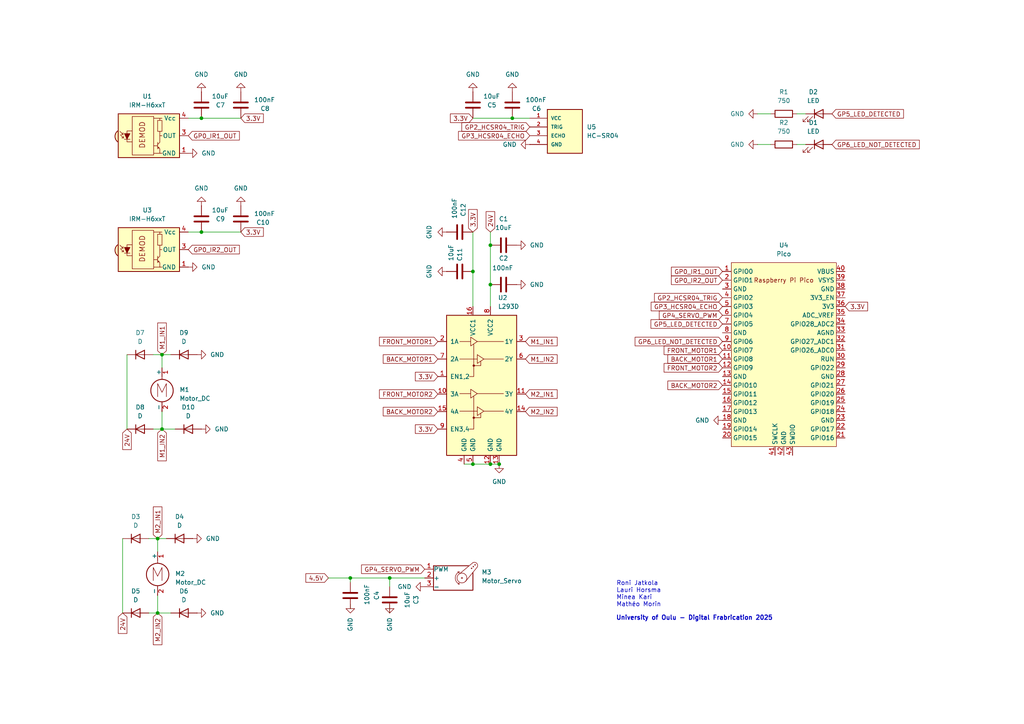
<source format=kicad_sch>
(kicad_sch (version 20231120) (generator "eeschema") (generator_version "8.0")
  (paper "A4")
  (lib_symbols
    (symbol "Device:C" (pin_numbers hide) (pin_names (offset 0.254))
      (property "Reference" "C" (at 0.635 2.54 0))
      (property "Value" "C" (at 0.635 -2.54 0))
      (symbol "C_0_1"
        (polyline (pts (xy -2.032 -0.762) (xy 2.032 -0.762)) (stroke (width 0.508)))
        (polyline (pts (xy -2.032 0.762) (xy 2.032 0.762)) (stroke (width 0.508)))
      )
      (symbol "C_1_1"
        (pin passive line (at 0 3.81 270) (length 2.794) (name "~") (number "1"))
        (pin passive line (at 0 -3.81 90) (length 2.794) (name "~") (number "2"))
      )
    )
    (symbol "Device:D" (pin_numbers hide) (pin_names (offset 1.016) hide)
      (property "Reference" "D" (at 0 2.54 0))
      (property "Value" "D" (at 0 -2.54 0))
      (symbol "D_0_1"
        (polyline (pts (xy -1.27 1.27) (xy -1.27 -1.27)) (stroke (width 0.254)))
        (polyline (pts (xy 1.27 0) (xy -1.27 0)))
        (polyline (pts (xy 1.27 1.27) (xy 1.27 -1.27) (xy -1.27 0) (xy 1.27 1.27)) (stroke (width 0.254)))
      )
      (symbol "D_1_1"
        (pin passive line (at -3.81 0 0) (length 2.54) (name "K") (number "1"))
        (pin passive line (at 3.81 0 180) (length 2.54) (name "A") (number "2"))
      )
    )
    (symbol "Device:LED" (pin_numbers hide) (pin_names (offset 1.016) hide)
      (property "Reference" "D" (at 0 2.54 0))
      (property "Value" "LED" (at 0 -2.54 0))
      (symbol "LED_0_1"
        (polyline (pts (xy -1.27 -1.27) (xy -1.27 1.27)) (stroke (width 0.254)))
        (polyline (pts (xy -1.27 0) (xy 1.27 0)))
        (polyline (pts (xy 1.27 -1.27) (xy 1.27 1.27) (xy -1.27 0) (xy 1.27 -1.27)) (stroke (width 0.254)))
        (polyline (pts (xy -3.048 -0.762) (xy -4.572 -2.286) (xy -3.81 -2.286) (xy -4.572 -2.286) (xy -4.572 -1.524)))
        (polyline (pts (xy -1.778 -0.762) (xy -3.302 -2.286) (xy -2.54 -2.286) (xy -3.302 -2.286) (xy -3.302 -1.524)))
      )
      (symbol "LED_1_1"
        (pin passive line (at -3.81 0 0) (length 2.54) (name "K") (number "1"))
        (pin passive line (at 3.81 0 180) (length 2.54) (name "A") (number "2"))
      )
    )
    (symbol "Device:R" (pin_numbers hide) (pin_names (offset 0))
      (property "Reference" "R" (at 2.032 0 90))
      (property "Value" "R" (at 0 0 90))
      (symbol "R_0_1"
        (rectangle (start -1.016 -2.54) (end 1.016 2.54) (stroke (width 0.254)))
      )
      (symbol "R_1_1"
        (pin passive line (at 0 3.81 270) (length 1.27) (name "~") (number "1"))
        (pin passive line (at 0 -3.81 90) (length 1.27) (name "~") (number "2"))
      )
    )
    (symbol "Driver_Motor:L293D" (pin_names (offset 1.016))
      (property "Reference" "U" (at -5.08 26.035 0))
      (property "Value" "L293D" (at -5.08 24.13 0))
      (symbol "L293D_0_1"
        (rectangle (start -10.16 22.86) (end 10.16 -17.78) (stroke (width 0.254)) (fill (type background)))
        (circle (center -2.286 -6.858) (radius 0.254) (fill (type outline)))
        (circle (center -2.286 8.255) (radius 0.254) (fill (type outline)))
        (polyline (pts (xy -6.35 -4.953) (xy -1.27 -4.953)))
        (polyline (pts (xy -6.35 0.127) (xy -3.175 0.127)))
        (polyline (pts (xy -6.35 10.16) (xy -1.27 10.16)))
        (polyline (pts (xy -6.35 15.24) (xy -3.175 15.24)))
        (polyline (pts (xy -1.27 0.127) (xy 6.35 0.127)))
        (polyline (pts (xy -1.27 15.24) (xy 6.35 15.24)))
        (polyline (pts (xy 0.635 -4.953) (xy 6.35 -4.953)))
        (polyline (pts (xy 0.635 10.16) (xy 6.35 10.16)))
        (polyline (pts (xy -2.286 -6.858) (xy -0.254 -6.858) (xy -0.254 -5.588)))
        (polyline (pts (xy -2.286 -0.635) (xy -2.286 -10.16) (xy -3.556 -10.16)))
        (polyline (pts (xy -2.286 8.255) (xy -0.254 8.255) (xy -0.254 9.525)))
        (polyline (pts (xy -2.286 14.478) (xy -2.286 5.08) (xy -3.556 5.08)))
        (polyline (pts (xy -3.175 1.397) (xy -3.175 -1.143) (xy -1.27 0.127) (xy -3.175 1.397)))
        (polyline (pts (xy -3.175 16.51) (xy -3.175 13.97) (xy -1.27 15.24) (xy -3.175 16.51)))
        (polyline (pts (xy -1.27 -3.683) (xy -1.27 -6.223) (xy 0.635 -4.953) (xy -1.27 -3.683)))
        (polyline (pts (xy -1.27 11.43) (xy -1.27 8.89) (xy 0.635 10.16) (xy -1.27 11.43)))
      )
      (symbol "L293D_1_1"
        (pin input line (at -12.7 5.08 0) (length 2.54) (name "EN1,2") (number "1"))
        (pin input line (at -12.7 0 0) (length 2.54) (name "3A") (number "10"))
        (pin output line (at 12.7 0 180) (length 2.54) (name "3Y") (number "11"))
        (pin power_in line (at 2.54 -20.32 90) (length 2.54) (name "GND") (number "12"))
        (pin power_in line (at 5.08 -20.32 90) (length 2.54) (name "GND") (number "13"))
        (pin output line (at 12.7 -5.08 180) (length 2.54) (name "4Y") (number "14"))
        (pin input line (at -12.7 -5.08 0) (length 2.54) (name "4A") (number "15"))
        (pin power_in line (at -2.54 25.4 270) (length 2.54) (name "VCC1") (number "16"))
        (pin input line (at -12.7 15.24 0) (length 2.54) (name "1A") (number "2"))
        (pin output line (at 12.7 15.24 180) (length 2.54) (name "1Y") (number "3"))
        (pin power_in line (at -5.08 -20.32 90) (length 2.54) (name "GND") (number "4"))
        (pin power_in line (at -2.54 -20.32 90) (length 2.54) (name "GND") (number "5"))
        (pin output line (at 12.7 10.16 180) (length 2.54) (name "2Y") (number "6"))
        (pin input line (at -12.7 10.16 0) (length 2.54) (name "2A") (number "7"))
        (pin power_in line (at 2.54 25.4 270) (length 2.54) (name "VCC2") (number "8"))
        (pin input line (at -12.7 -10.16 0) (length 2.54) (name "EN3,4") (number "9"))
      )
    )
    (symbol "HC-SR04:HC-SR04" (pin_names (offset 1.016))
      (property "Reference" "U" (at 0 5.0813 0))
      (property "Value" "HC-SR04" (at 0 -10.163 0))
      (symbol "HC-SR04_0_0"
        (rectangle (start 0 -7.62) (end 10.16 5.08) (stroke (width 0.254)) (fill (type background)))
        (pin power_in line (at -5.08 2.54 0) (length 5.08) (name "VCC") (number "1"))
        (pin bidirectional line (at -5.08 0 0) (length 5.08) (name "TRIG") (number "2"))
        (pin bidirectional line (at -5.08 -2.54 0) (length 5.08) (name "ECHO") (number "3"))
        (pin power_in line (at -5.08 -5.08 0) (length 5.08) (name "GND") (number "4"))
      )
    )
    (symbol "Interface_Optical:IRM-H6xxT" (pin_names (offset 1.016))
      (property "Reference" "U" (at -10.16 7.62 0))
      (property "Value" "IRM-H6xxT" (at -10.16 -7.62 0))
      (symbol "IRM-H6xxT_0_0"
        (arc (start -10.287 1.397) (mid -11.0899 -0.1852) (end -10.287 -1.778) (stroke (width 0.254)) (fill (type background)))
        (polyline (pts (xy 1.905 -5.08) (xy 0.127 -5.08)))
        (polyline (pts (xy 1.905 5.08) (xy 0.127 5.08)))
        (text "DEMOD" (at -3.175 0.254 900) (effects (font (size 1.524 1.524))))
      )
      (symbol "IRM-H6xxT_0_1"
        (rectangle (start -6.096 5.588) (end 0.127 -5.588))
        (polyline (pts (xy -8.763 0.381) (xy -9.652 1.27)))
        (polyline (pts (xy -8.763 0.381) (xy -9.271 0.381)))
        (polyline (pts (xy -8.763 0.381) (xy -8.763 0.889)))
        (polyline (pts (xy -8.636 -0.635) (xy -9.525 0.254)))
        (polyline (pts (xy -8.636 -0.635) (xy -9.144 -0.635)))
        (polyline (pts (xy -8.636 -0.635) (xy -8.636 -0.127)))
        (polyline (pts (xy -8.382 -1.016) (xy -6.731 -1.016)))
        (polyline (pts (xy 1.27 -2.921) (xy 0.127 -2.921)))
        (polyline (pts (xy 1.27 -1.905) (xy 1.27 -3.81)))
        (polyline (pts (xy 1.397 -3.556) (xy 1.524 -3.556)))
        (polyline (pts (xy 1.651 -3.556) (xy 1.524 -3.556)))
        (polyline (pts (xy 1.651 -3.556) (xy 1.651 -3.302)))
        (polyline (pts (xy 1.905 0) (xy 1.905 1.27)))
        (polyline (pts (xy 1.905 4.445) (xy 1.905 5.08) (xy 2.54 5.08)))
        (polyline (pts (xy -8.382 0.635) (xy -6.731 0.635) (xy -7.62 -1.016) (xy -8.382 0.635)) (fill (type outline)))
        (polyline (pts (xy -6.096 1.397) (xy -7.62 1.397) (xy -7.62 -1.778) (xy -6.096 -1.778)))
        (polyline (pts (xy 1.27 -3.175) (xy 1.905 -3.81) (xy 1.905 -5.08) (xy 2.54 -5.08)))
        (polyline (pts (xy 1.27 -2.54) (xy 1.905 -1.905) (xy 1.905 0) (xy 2.54 0)))
        (rectangle (start 2.54 1.27) (end 1.27 4.445))
        (rectangle (start 7.62 6.35) (end -10.16 -6.35) (stroke (width 0.254)) (fill (type background)))
      )
      (symbol "IRM-H6xxT_1_1"
        (pin power_in line (at 10.16 -5.08 180) (length 2.54) (name "GND") (number "1"))
        (pin passive line (at 10.16 -5.08 180) (length 2.54) hide (name "GND") (number "2"))
        (pin output line (at 10.16 0 180) (length 2.54) (name "OUT") (number "3"))
        (pin power_in line (at 10.16 5.08 180) (length 2.54) (name "Vcc") (number "4"))
      )
    )
    (symbol "MCU_RaspberryPi_and_Boards:Pico"
      (property "Reference" "U" (at -13.97 27.94 0))
      (property "Value" "Pico" (at 0 19.05 0))
      (symbol "Pico_0_0"
        (text "Raspberry Pi Pico" (at 0 21.59 0) (effects (font (size 1.27 1.27))))
      )
      (symbol "Pico_0_1"
        (rectangle (start -15.24 26.67) (end 15.24 -26.67) (fill (type background)))
      )
      (symbol "Pico_1_1"
        (pin bidirectional line (at -17.78 24.13 0) (length 2.54) (name "GPIO0") (number "1"))
        (pin bidirectional line (at -17.78 1.27 0) (length 2.54) (name "GPIO7") (number "10"))
        (pin bidirectional line (at -17.78 -1.27 0) (length 2.54) (name "GPIO8") (number "11"))
        (pin bidirectional line (at -17.78 -3.81 0) (length 2.54) (name "GPIO9") (number "12"))
        (pin power_in line (at -17.78 -6.35 0) (length 2.54) (name "GND") (number "13"))
        (pin bidirectional line (at -17.78 -8.89 0) (length 2.54) (name "GPIO10") (number "14"))
        (pin bidirectional line (at -17.78 -11.43 0) (length 2.54) (name "GPIO11") (number "15"))
        (pin bidirectional line (at -17.78 -13.97 0) (length 2.54) (name "GPIO12") (number "16"))
        (pin bidirectional line (at -17.78 -16.51 0) (length 2.54) (name "GPIO13") (number "17"))
        (pin power_in line (at -17.78 -19.05 0) (length 2.54) (name "GND") (number "18"))
        (pin bidirectional line (at -17.78 -21.59 0) (length 2.54) (name "GPIO14") (number "19"))
        (pin bidirectional line (at -17.78 21.59 0) (length 2.54) (name "GPIO1") (number "2"))
        (pin bidirectional line (at -17.78 -24.13 0) (length 2.54) (name "GPIO15") (number "20"))
        (pin bidirectional line (at 17.78 -24.13 180) (length 2.54) (name "GPIO16") (number "21"))
        (pin bidirectional line (at 17.78 -21.59 180) (length 2.54) (name "GPIO17") (number "22"))
        (pin power_in line (at 17.78 -19.05 180) (length 2.54) (name "GND") (number "23"))
        (pin bidirectional line (at 17.78 -16.51 180) (length 2.54) (name "GPIO18") (number "24"))
        (pin bidirectional line (at 17.78 -13.97 180) (length 2.54) (name "GPIO19") (number "25"))
        (pin bidirectional line (at 17.78 -11.43 180) (length 2.54) (name "GPIO20") (number "26"))
        (pin bidirectional line (at 17.78 -8.89 180) (length 2.54) (name "GPIO21") (number "27"))
        (pin power_in line (at 17.78 -6.35 180) (length 2.54) (name "GND") (number "28"))
        (pin bidirectional line (at 17.78 -3.81 180) (length 2.54) (name "GPIO22") (number "29"))
        (pin power_in line (at -17.78 19.05 0) (length 2.54) (name "GND") (number "3"))
        (pin input line (at 17.78 -1.27 180) (length 2.54) (name "RUN") (number "30"))
        (pin bidirectional line (at 17.78 1.27 180) (length 2.54) (name "GPIO26_ADC0") (number "31"))
        (pin bidirectional line (at 17.78 3.81 180) (length 2.54) (name "GPIO27_ADC1") (number "32"))
        (pin power_in line (at 17.78 6.35 180) (length 2.54) (name "AGND") (number "33"))
        (pin bidirectional line (at 17.78 8.89 180) (length 2.54) (name "GPIO28_ADC2") (number "34"))
        (pin power_in line (at 17.78 11.43 180) (length 2.54) (name "ADC_VREF") (number "35"))
        (pin power_in line (at 17.78 13.97 180) (length 2.54) (name "3V3") (number "36"))
        (pin input line (at 17.78 16.51 180) (length 2.54) (name "3V3_EN") (number "37"))
        (pin bidirectional line (at 17.78 19.05 180) (length 2.54) (name "GND") (number "38"))
        (pin power_in line (at 17.78 21.59 180) (length 2.54) (name "VSYS") (number "39"))
        (pin bidirectional line (at -17.78 16.51 0) (length 2.54) (name "GPIO2") (number "4"))
        (pin power_in line (at 17.78 24.13 180) (length 2.54) (name "VBUS") (number "40"))
        (pin input line (at -2.54 -29.21 90) (length 2.54) (name "SWCLK") (number "41"))
        (pin power_in line (at 0 -29.21 90) (length 2.54) (name "GND") (number "42"))
        (pin bidirectional line (at 2.54 -29.21 90) (length 2.54) (name "SWDIO") (number "43"))
        (pin bidirectional line (at -17.78 13.97 0) (length 2.54) (name "GPIO3") (number "5"))
        (pin bidirectional line (at -17.78 11.43 0) (length 2.54) (name "GPIO4") (number "6"))
        (pin bidirectional line (at -17.78 8.89 0) (length 2.54) (name "GPIO5") (number "7"))
        (pin power_in line (at -17.78 6.35 0) (length 2.54) (name "GND") (number "8"))
        (pin bidirectional line (at -17.78 3.81 0) (length 2.54) (name "GPIO6") (number "9"))
      )
    )
    (symbol "Motor:Motor_DC" (pin_names (offset 0))
      (property "Reference" "M" (at 2.54 2.54 0))
      (property "Value" "Motor_DC" (at 2.54 -5.08 0))
      (symbol "Motor_DC_0_0"
        (polyline (pts (xy -1.27 -3.302) (xy -1.27 0.508) (xy 0 -2.032) (xy 1.27 0.508) (xy 1.27 -3.302)))
      )
      (symbol "Motor_DC_0_1"
        (circle (center 0 -1.524) (radius 3.2512) (stroke (width 0.254)))
        (polyline (pts (xy 0 -7.62) (xy 0 -7.112)))
        (polyline (pts (xy 0 -4.7752) (xy 0 -5.1816)))
        (polyline (pts (xy 0 1.7272) (xy 0 2.0828)))
        (polyline (pts (xy 0 2.032) (xy 0 2.54)))
      )
      (symbol "Motor_DC_1_1"
        (pin passive line (at 0 5.08 270) (length 2.54) (name "+") (number "1"))
        (pin passive line (at 0 -7.62 90) (length 2.54) (name "-") (number "2"))
      )
    )
    (symbol "Motor:Motor_Servo" (pin_names (offset 0.0254))
      (property "Reference" "M" (at -5.08 4.445 0))
      (property "Value" "Motor_Servo" (at -5.08 -4.064 0))
      (symbol "Motor_Servo_0_1"
        (polyline (pts (xy 2.413 -1.778) (xy 2.032 -1.778)))
        (polyline (pts (xy 2.413 -1.778) (xy 2.286 -1.397)))
        (polyline (pts (xy 2.413 1.778) (xy 1.905 1.778)))
        (polyline (pts (xy 2.413 1.778) (xy 2.286 1.397)))
        (polyline (pts (xy 6.35 4.445) (xy 2.54 1.27)))
        (polyline (pts (xy 7.62 3.175) (xy 4.191 -1.016)))
        (polyline (pts (xy 5.08 3.556) (xy -5.08 3.556) (xy -5.08 -3.556) (xy 6.35 -3.556) (xy 6.35 1.524)) (stroke (width 0.254)))
        (arc (start 2.413 1.778) (mid 1.2406 0) (end 2.413 -1.778))
        (circle (center 3.175 0) (radius 0.1778))
        (circle (center 3.175 0) (radius 1.4224))
        (circle (center 5.969 2.794) (radius 0.127))
        (circle (center 6.477 3.302) (radius 0.127))
        (circle (center 6.985 3.81) (radius 0.127))
        (arc (start 7.62 3.175) (mid 7.4485 4.2735) (end 6.35 4.445))
      )
      (symbol "Motor_Servo_1_1"
        (pin passive line (at -7.62 2.54 0) (length 2.54) (name "PWM") (number "1"))
        (pin passive line (at -7.62 0 0) (length 2.54) (name "+") (number "2"))
        (pin passive line (at -7.62 -2.54 0) (length 2.54) (name "-") (number "3"))
      )
    )
    (symbol "power:GND" (power) (pin_numbers hide) (pin_names (offset 0) hide)
      (property "Value" "GND" (at 0 -3.81 0))
      (symbol "GND_0_1"
        (polyline (pts (xy 0 0) (xy 0 -1.27) (xy 1.27 -1.27) (xy 0 -2.54) (xy -1.27 -1.27) (xy 0 -1.27)))
      )
      (symbol "GND_1_1"
        (pin power_in line (at 0 0 270) (length 0) (name "~") (number "1"))
      )
    )
  )
  (junction (at 58.42 34.29))
  (junction (at 148.59 34.29))
  (junction (at 45.72 177.8))
  (junction (at 46.99 124.46))
  (junction (at 101.6 167.64))
  (junction (at 137.16 134.62))
  (junction (at 142.24 134.62))
  (junction (at 45.72 156.21))
  (junction (at 113.03 167.64))
  (junction (at 137.16 78.74))
  (junction (at 142.24 71.12))
  (junction (at 46.99 102.87))
  (junction (at 58.42 67.31))
  (junction (at 142.24 82.55))
  (junction (at 144.78 134.62))
  (wire (pts (xy 148.59 34.29) (xy 153.67 34.29)))
  (wire (pts (xy 44.45 124.46) (xy 46.99 124.46)))
  (wire (pts (xy 101.6 168.91) (xy 101.6 167.64)))
  (wire (pts (xy 134.62 134.62) (xy 137.16 134.62)))
  (wire (pts (xy 142.24 82.55) (xy 142.24 88.9)))
  (wire (pts (xy 137.16 134.62) (xy 142.24 134.62)))
  (wire (pts (xy 45.72 156.21) (xy 48.26 156.21)))
  (wire (pts (xy 113.03 177.8) (xy 113.03 175.26)))
  (wire (pts (xy 231.14 41.91) (xy 233.68 41.91)))
  (wire (pts (xy 46.99 119.38) (xy 46.99 124.46)))
  (wire (pts (xy 45.72 177.8) (xy 49.53 177.8)))
  (wire (pts (xy 101.6 167.64) (xy 95.25 167.64)))
  (wire (pts (xy 46.99 102.87) (xy 49.53 102.87)))
  (wire (pts (xy 58.42 34.29) (xy 54.61 34.29)))
  (wire (pts (xy 45.72 156.21) (xy 45.72 160.02)))
  (wire (pts (xy 219.71 41.91) (xy 223.52 41.91)))
  (wire (pts (xy 113.03 167.64) (xy 123.19 167.64)))
  (wire (pts (xy 137.16 67.31) (xy 137.16 78.74)))
  (wire (pts (xy 142.24 134.62) (xy 144.78 134.62)))
  (wire (pts (xy 137.16 78.74) (xy 137.16 88.9)))
  (wire (pts (xy 113.03 167.64) (xy 101.6 167.64)))
  (wire (pts (xy 69.85 34.29) (xy 58.42 34.29)))
  (wire (pts (xy 45.72 172.72) (xy 45.72 177.8)))
  (wire (pts (xy 113.03 170.18) (xy 113.03 167.64)))
  (wire (pts (xy 43.18 156.21) (xy 45.72 156.21)))
  (wire (pts (xy 44.45 102.87) (xy 46.99 102.87)))
  (wire (pts (xy 142.24 71.12) (xy 142.24 82.55)))
  (wire (pts (xy 148.59 34.29) (xy 137.16 34.29)))
  (wire (pts (xy 219.71 33.02) (xy 223.52 33.02)))
  (wire (pts (xy 101.6 176.53) (xy 101.6 175.26)))
  (wire (pts (xy 35.56 156.21) (xy 35.56 177.8)))
  (wire (pts (xy 231.14 33.02) (xy 233.68 33.02)))
  (wire (pts (xy 142.24 67.31) (xy 142.24 71.12)))
  (wire (pts (xy 46.99 124.46) (xy 50.8 124.46)))
  (wire (pts (xy 46.99 102.87) (xy 46.99 106.68)))
  (wire (pts (xy 36.83 102.87) (xy 36.83 124.46)))
  (wire (pts (xy 69.85 67.31) (xy 58.42 67.31)))
  (wire (pts (xy 58.42 67.31) (xy 54.61 67.31)))
  (wire (pts (xy 43.18 177.8) (xy 45.72 177.8)))
  (text_box "Roni Jatkola\nLauri Horsma\nMinea Kari\nMathéo Morin" (at 177.8 167.64 0) (size 50.8 8.89) (stroke (width -0.0001)) (effects (font (size 1.27 1.27) (thickness 0.1588)) (justify left)))
  (text "University of Oulu - Digital Frabrication 2025" (at 201.422 179.324 0) (effects (font (size 1.27 1.27) (thickness 0.254) (bold yes))))
  (global_label "M1_IN2" (shape input) (at 152.4 104.14 0) (property "Intersheetrefs" "${INTERSHEET_REFS}" (effects (hide yes))))
  (global_label "24V" (shape input) (at 142.24 67.31 90) (property "Intersheetrefs" "${INTERSHEET_REFS}" (effects (hide yes))))
  (global_label "GP0_IR1_OUT" (shape input) (at 209.55 78.74 180) (property "Intersheetrefs" "${INTERSHEET_REFS}" (effects (hide yes))))
  (global_label "FRONT_MOTOR2" (shape input) (at 127 114.3 180) (property "Intersheetrefs" "${INTERSHEET_REFS}" (effects (hide yes))))
  (global_label "24V" (shape input) (at 36.83 124.46 270) (property "Intersheetrefs" "${INTERSHEET_REFS}" (effects (hide yes))))
  (global_label "M2_IN1" (shape input) (at 45.72 156.21 90) (property "Intersheetrefs" "${INTERSHEET_REFS}" (effects (hide yes))))
  (global_label "3.3V" (shape input) (at 245.11 88.9 0) (property "Intersheetrefs" "${INTERSHEET_REFS}" (effects (hide yes))))
  (global_label "FRONT_MOTOR1" (shape input) (at 209.55 101.6 180) (property "Intersheetrefs" "${INTERSHEET_REFS}" (effects (hide yes))))
  (global_label "GP5_LED_DETECTED" (shape input) (at 241.3 33.02 0) (property "Intersheetrefs" "${INTERSHEET_REFS}" (effects (hide yes))))
  (global_label "GP4_SERVO_PWM" (shape input) (at 209.55 91.44 180) (property "Intersheetrefs" "${INTERSHEET_REFS}" (effects (hide yes))))
  (global_label "GP0_IR1_OUT" (shape input) (at 54.61 39.37 0) (property "Intersheetrefs" "${INTERSHEET_REFS}" (effects (hide yes))))
  (global_label "M2_IN1" (shape input) (at 152.4 114.3 0) (property "Intersheetrefs" "${INTERSHEET_REFS}" (effects (hide yes))))
  (global_label "M1_IN1" (shape input) (at 152.4 99.06 0) (property "Intersheetrefs" "${INTERSHEET_REFS}" (effects (hide yes))))
  (global_label "GP6_LED_NOT_DETECTED" (shape input) (at 241.3 41.91 0) (property "Intersheetrefs" "${INTERSHEET_REFS}" (effects (hide yes))))
  (global_label "M2_IN2" (shape input) (at 45.72 177.8 270) (property "Intersheetrefs" "${INTERSHEET_REFS}" (effects (hide yes))))
  (global_label "GP2_HCSR04_TRIG" (shape input) (at 209.55 86.36 180) (property "Intersheetrefs" "${INTERSHEET_REFS}" (effects (hide yes))))
  (global_label "3.3V" (shape input) (at 127 124.46 180) (property "Intersheetrefs" "${INTERSHEET_REFS}" (effects (hide yes))))
  (global_label "BACK_MOTOR1" (shape input) (at 127 104.14 180) (property "Intersheetrefs" "${INTERSHEET_REFS}" (effects (hide yes))))
  (global_label "BACK_MOTOR2" (shape input) (at 127 119.38 180) (property "Intersheetrefs" "${INTERSHEET_REFS}" (effects (hide yes))))
  (global_label "M1_IN1" (shape input) (at 46.99 102.87 90) (property "Intersheetrefs" "${INTERSHEET_REFS}" (effects (hide yes))))
  (global_label "GP0_IR2_OUT" (shape input) (at 54.61 72.39 0) (property "Intersheetrefs" "${INTERSHEET_REFS}" (effects (hide yes))))
  (global_label "GP4_SERVO_PWM" (shape input) (at 123.19 165.1 180) (property "Intersheetrefs" "${INTERSHEET_REFS}" (effects (hide yes))))
  (global_label "GP3_HCSR04_ECHO" (shape input) (at 153.67 39.37 180) (property "Intersheetrefs" "${INTERSHEET_REFS}" (effects (hide yes))))
  (global_label "GP5_LED_DETECTED" (shape input) (at 209.55 93.98 180) (property "Intersheetrefs" "${INTERSHEET_REFS}" (effects (hide yes))))
  (global_label "GP3_HCSR04_ECHO" (shape input) (at 209.55 88.9 180) (property "Intersheetrefs" "${INTERSHEET_REFS}" (effects (hide yes))))
  (global_label "M2_IN2" (shape input) (at 152.4 119.38 0) (property "Intersheetrefs" "${INTERSHEET_REFS}" (effects (hide yes))))
  (global_label "GP0_IR2_OUT" (shape input) (at 209.55 81.28 180) (property "Intersheetrefs" "${INTERSHEET_REFS}" (effects (hide yes))))
  (global_label "4.5V" (shape input) (at 95.25 167.64 180) (property "Intersheetrefs" "${INTERSHEET_REFS}" (effects (hide yes))))
  (global_label "3.3V" (shape input) (at 69.85 34.29 0) (property "Intersheetrefs" "${INTERSHEET_REFS}" (effects (hide yes))))
  (global_label "BACK_MOTOR1" (shape input) (at 209.55 104.14 180) (property "Intersheetrefs" "${INTERSHEET_REFS}" (effects (hide yes))))
  (global_label "BACK_MOTOR2" (shape input) (at 209.55 111.76 180) (property "Intersheetrefs" "${INTERSHEET_REFS}" (effects (hide yes))))
  (global_label "M1_IN2" (shape input) (at 46.99 124.46 270) (property "Intersheetrefs" "${INTERSHEET_REFS}" (effects (hide yes))))
  (global_label "3.3V" (shape input) (at 127 109.22 180) (property "Intersheetrefs" "${INTERSHEET_REFS}" (effects (hide yes))))
  (global_label "24V" (shape input) (at 35.56 177.8 270) (property "Intersheetrefs" "${INTERSHEET_REFS}" (effects (hide yes))))
  (global_label "GP6_LED_NOT_DETECTED" (shape input) (at 209.55 99.06 180) (property "Intersheetrefs" "${INTERSHEET_REFS}" (effects (hide yes))))
  (global_label "3.3V" (shape input) (at 137.16 67.31 90) (property "Intersheetrefs" "${INTERSHEET_REFS}" (effects (hide yes))))
  (global_label "3.3V" (shape input) (at 137.16 34.29 180) (property "Intersheetrefs" "${INTERSHEET_REFS}" (effects (hide yes))))
  (global_label "FRONT_MOTOR1" (shape input) (at 127 99.06 180) (property "Intersheetrefs" "${INTERSHEET_REFS}" (effects (hide yes))))
  (global_label "3.3V" (shape input) (at 69.85 67.31 0) (property "Intersheetrefs" "${INTERSHEET_REFS}" (effects (hide yes))))
  (global_label "GP2_HCSR04_TRIG" (shape input) (at 153.67 36.83 180) (property "Intersheetrefs" "${INTERSHEET_REFS}" (effects (hide yes))))
  (global_label "FRONT_MOTOR2" (shape input) (at 209.55 106.68 180) (property "Intersheetrefs" "${INTERSHEET_REFS}" (effects (hide yes))))
  (symbol (lib_id "power:GND") (at 153.67 41.91 270) (unit 1)
    (property "Reference" "#PWR09" (effects (hide yes)))
    (property "Value" "GND" (at 149.86 41.9099 90) (effects (justify right)))
    (property "Description" "Power symbol creates a global label with name \"GND\" , ground" (effects (hide yes)))
  )
  (symbol (lib_id "Interface_Optical:IRM-H6xxT") (at 44.45 39.37 0) (unit 1)
    (property "Reference" "U1" (at 42.715 27.94 0))
    (property "Value" "IRM-H6xxT" (at 42.715 30.48 0))
    (property "Footprint" "OptoDevice:Everlight_IRM-H6xxT" (effects (hide yes)))
    (property "Datasheet" "https://en.everlight.com/wp-content/plugins/ItemRelationship/product_files/pdf/DMO-0000004-IRM-H6XX-TR2_Series_Datasheet_V4.pdf" (effects (hide yes)))
    (property "Description" "IR Receiver Modules for remote controls" (effects (hide yes)))
  )
  (symbol (lib_id "Device:LED") (at 237.49 41.91 0) (unit 1)
    (property "Reference" "D1" (at 235.9025 35.56 0))
    (property "Value" "LED" (at 235.9025 38.1 0))
    (property "Description" "Light emitting diode" (effects (hide yes)))
  )
  (symbol (lib_id "power:GND") (at 219.71 41.91 270) (unit 1)
    (property "Reference" "#PWR01" (effects (hide yes)))
    (property "Value" "GND" (at 215.9 41.9099 90) (effects (justify right)))
    (property "Description" "Power symbol creates a global label with name \"GND\" , ground" (effects (hide yes)))
  )
  (symbol (lib_id "Device:D") (at 40.64 102.87 0) (unit 1)
    (property "Reference" "D7" (at 40.64 96.52 0))
    (property "Value" "D" (at 40.64 99.06 0))
    (property "Description" "Diode" (effects (hide yes)))
    (property "Sim.Device" "D" (effects (hide yes)))
    (property "Sim.Pins" "1=K 2=A" (effects (hide yes)))
  )
  (symbol (lib_id "power:GND") (at 58.42 59.69 180) (unit 1)
    (property "Reference" "#PWR021" (effects (hide yes)))
    (property "Value" "GND" (at 58.42 54.61 0))
    (property "Description" "Power symbol creates a global label with name \"GND\" , ground" (effects (hide yes)))
  )
  (symbol (lib_id "power:GND") (at 148.59 26.67 180) (unit 1)
    (property "Reference" "#PWR018" (effects (hide yes)))
    (property "Value" "GND" (at 148.59 21.59 0))
    (property "Description" "Power symbol creates a global label with name \"GND\" , ground" (effects (hide yes)))
  )
  (symbol (lib_id "Device:D") (at 53.34 177.8 0) (unit 1)
    (property "Reference" "D6" (at 53.34 171.45 0))
    (property "Value" "D" (at 53.34 173.99 0))
    (property "Description" "Diode" (effects (hide yes)))
    (property "Sim.Device" "D" (effects (hide yes)))
    (property "Sim.Pins" "1=K 2=A" (effects (hide yes)))
  )
  (symbol (lib_id "Driver_Motor:L293D") (at 139.7 114.3 0) (unit 1)
    (property "Reference" "U2" (at 144.4341 86.36 0) (effects (justify left)))
    (property "Value" "L293D" (at 144.4341 88.9 0) (effects (justify left)))
    (property "Footprint" "Package_DIP:DIP-16_W7.62mm" (effects (hide yes)))
    (property "Datasheet" "http://www.ti.com/lit/ds/symlink/l293.pdf" (effects (hide yes)))
    (property "Description" "Quadruple Half-H Drivers" (effects (hide yes)))
  )
  (symbol (lib_id "Device:C") (at 58.42 63.5 180) (unit 1)
    (property "Reference" "C9" (at 65.278 63.5 0) (effects (justify left)))
    (property "Value" "10uF" (at 66.294 60.96 0) (effects (justify left)))
    (property "Description" "Unpolarized capacitor" (effects (hide yes)))
  )
  (symbol (lib_id "power:GND") (at 209.55 121.92 270) (unit 1)
    (property "Reference" "#PWR010" (effects (hide yes)))
    (property "Value" "GND" (at 205.74 121.9199 90) (effects (justify right)))
    (property "Description" "Power symbol creates a global label with name \"GND\" , ground" (effects (hide yes)))
  )
  (symbol (lib_id "power:GND") (at 54.61 77.47 90) (unit 1)
    (property "Reference" "#PWR06" (effects (hide yes)))
    (property "Value" "GND" (at 58.42 77.4699 90) (effects (justify right)))
    (property "Description" "Power symbol creates a global label with name \"GND\" , ground" (effects (hide yes)))
  )
  (symbol (lib_id "Device:D") (at 54.61 124.46 0) (unit 1)
    (property "Reference" "D10" (at 54.61 118.11 0))
    (property "Value" "D" (at 54.61 120.65 0))
    (property "Description" "Diode" (effects (hide yes)))
    (property "Sim.Device" "D" (effects (hide yes)))
    (property "Sim.Pins" "1=K 2=A" (effects (hide yes)))
  )
  (symbol (lib_id "Device:R") (at 227.33 33.02 90) (unit 1)
    (property "Reference" "R1" (at 227.33 26.67 90))
    (property "Value" "750" (at 227.33 29.21 90))
    (property "Description" "Resistor" (effects (hide yes)))
  )
  (symbol (lib_id "power:GND") (at 54.61 44.45 90) (unit 1)
    (property "Reference" "#PWR07" (effects (hide yes)))
    (property "Value" "GND" (at 58.42 44.4499 90) (effects (justify right)))
    (property "Description" "Power symbol creates a global label with name \"GND\" , ground" (effects (hide yes)))
  )
  (symbol (lib_id "power:GND") (at 55.88 156.21 90) (unit 1)
    (property "Reference" "#PWR03" (effects (hide yes)))
    (property "Value" "GND" (at 59.69 156.2099 90) (effects (justify right)))
    (property "Description" "Power symbol creates a global label with name \"GND\" , ground" (effects (hide yes)))
  )
  (symbol (lib_id "Device:C") (at 137.16 30.48 180) (unit 1)
    (property "Reference" "C5" (at 144.018 30.48 0) (effects (justify left)))
    (property "Value" "10uF" (at 145.034 27.94 0) (effects (justify left)))
    (property "Description" "Unpolarized capacitor" (effects (hide yes)))
  )
  (symbol (lib_id "Device:C") (at 146.05 71.12 90) (unit 1)
    (property "Reference" "C1" (at 146.05 63.5 90))
    (property "Value" "10uF" (at 146.05 66.04 90))
    (property "Description" "Unpolarized capacitor" (effects (hide yes)))
  )
  (symbol (lib_id "Device:C") (at 69.85 30.48 180) (unit 1)
    (property "Reference" "C8" (at 78.232 31.496 0) (effects (justify left)))
    (property "Value" "100nF" (at 79.756 28.956 0) (effects (justify left)))
    (property "Description" "Unpolarized capacitor" (effects (hide yes)))
  )
  (symbol (lib_id "Device:C") (at 133.35 67.31 270) (unit 1)
    (property "Reference" "C12" (at 134.366 58.928 0) (effects (justify left)))
    (property "Value" "100nF" (at 131.826 57.404 0) (effects (justify left)))
    (property "Description" "Unpolarized capacitor" (effects (hide yes)))
  )
  (symbol (lib_id "Interface_Optical:IRM-H6xxT") (at 44.45 72.39 0) (unit 1)
    (property "Reference" "U3" (at 42.715 60.96 0))
    (property "Value" "IRM-H6xxT" (at 42.715 63.5 0))
    (property "Footprint" "OptoDevice:Everlight_IRM-H6xxT" (effects (hide yes)))
    (property "Datasheet" "https://en.everlight.com/wp-content/plugins/ItemRelationship/product_files/pdf/DMO-0000004-IRM-H6XX-TR2_Series_Datasheet_V4.pdf" (effects (hide yes)))
    (property "Description" "IR Receiver Modules for remote controls" (effects (hide yes)))
  )
  (symbol (lib_id "Device:R") (at 227.33 41.91 90) (unit 1)
    (property "Reference" "R2" (at 227.33 35.56 90))
    (property "Value" "750" (at 227.33 38.1 90))
    (property "Description" "Resistor" (effects (hide yes)))
  )
  (symbol (lib_id "Device:C") (at 69.85 63.5 180) (unit 1)
    (property "Reference" "C10" (at 78.232 64.516 0) (effects (justify left)))
    (property "Value" "100nF" (at 79.756 61.976 0) (effects (justify left)))
    (property "Description" "Unpolarized capacitor" (effects (hide yes)))
  )
  (symbol (lib_id "power:GND") (at 57.15 102.87 90) (unit 1)
    (property "Reference" "#PWR04" (effects (hide yes)))
    (property "Value" "GND" (at 60.96 102.8699 90) (effects (justify right)))
    (property "Description" "Power symbol creates a global label with name \"GND\" , ground" (effects (hide yes)))
  )
  (symbol (lib_id "power:GND") (at 58.42 26.67 180) (unit 1)
    (property "Reference" "#PWR019" (effects (hide yes)))
    (property "Value" "GND" (at 58.42 21.59 0))
    (property "Description" "Power symbol creates a global label with name \"GND\" , ground" (effects (hide yes)))
  )
  (symbol (lib_id "power:GND") (at 101.6 175.26 0) (unit 1)
    (property "Reference" "#PWR014" (effects (hide yes)))
    (property "Value" "GND" (at 101.6001 179.07 90) (effects (justify right)))
    (property "Description" "Power symbol creates a global label with name \"GND\" , ground" (effects (hide yes)))
  )
  (symbol (lib_id "power:GND") (at 123.19 170.18 270) (unit 1)
    (property "Reference" "#PWR05" (effects (hide yes)))
    (property "Value" "GND" (at 119.38 170.1799 90) (effects (justify right)))
    (property "Description" "Power symbol creates a global label with name \"GND\" , ground" (effects (hide yes)))
  )
  (symbol (lib_id "power:GND") (at 149.86 71.12 90) (unit 1)
    (property "Reference" "#PWR015" (effects (hide yes)))
    (property "Value" "GND" (at 153.67 71.1199 90) (effects (justify right)))
    (property "Description" "Power symbol creates a global label with name \"GND\" , ground" (effects (hide yes)))
  )
  (symbol (lib_id "Device:LED") (at 237.49 33.02 0) (unit 1)
    (property "Reference" "D2" (at 235.9025 26.67 0))
    (property "Value" "LED" (at 235.9025 29.21 0))
    (property "Description" "Light emitting diode" (effects (hide yes)))
  )
  (symbol (lib_id "Motor:Motor_DC") (at 46.99 111.76 0) (unit 1)
    (property "Reference" "M1" (at 52.07 113.0299 0) (effects (justify left)))
    (property "Value" "Motor_DC" (at 52.07 115.5699 0) (effects (justify left)))
    (property "Description" "DC Motor" (effects (hide yes)))
  )
  (symbol (lib_id "power:GND") (at 58.42 124.46 90) (unit 1)
    (property "Reference" "#PWR012" (effects (hide yes)))
    (property "Value" "GND" (at 62.23 124.4599 90) (effects (justify right)))
    (property "Description" "Power symbol creates a global label with name \"GND\" , ground" (effects (hide yes)))
  )
  (symbol (lib_id "Device:D") (at 39.37 177.8 0) (unit 1)
    (property "Reference" "D5" (at 39.37 171.45 0))
    (property "Value" "D" (at 39.37 173.99 0))
    (property "Description" "Diode" (effects (hide yes)))
    (property "Sim.Device" "D" (effects (hide yes)))
    (property "Sim.Pins" "1=K 2=A" (effects (hide yes)))
  )
  (symbol (lib_id "power:GND") (at 137.16 26.67 180) (unit 1)
    (property "Reference" "#PWR017" (effects (hide yes)))
    (property "Value" "GND" (at 137.16 21.59 0))
    (property "Description" "Power symbol creates a global label with name \"GND\" , ground" (effects (hide yes)))
  )
  (symbol (lib_id "power:GND") (at 144.78 134.62 0) (unit 1)
    (property "Reference" "#PWR08" (effects (hide yes)))
    (property "Value" "GND" (at 144.78 139.7 0))
    (property "Description" "Power symbol creates a global label with name \"GND\" , ground" (effects (hide yes)))
  )
  (symbol (lib_id "Device:C") (at 133.35 78.74 270) (unit 1)
    (property "Reference" "C11" (at 133.35 71.882 0) (effects (justify left)))
    (property "Value" "10uF" (at 130.81 70.866 0) (effects (justify left)))
    (property "Description" "Unpolarized capacitor" (effects (hide yes)))
  )
  (symbol (lib_id "Device:C") (at 58.42 30.48 180) (unit 1)
    (property "Reference" "C7" (at 65.278 30.48 0) (effects (justify left)))
    (property "Value" "10uF" (at 66.294 27.94 0) (effects (justify left)))
    (property "Description" "Unpolarized capacitor" (effects (hide yes)))
  )
  (symbol (lib_id "Device:C") (at 148.59 30.48 180) (unit 1)
    (property "Reference" "C6" (at 156.972 31.496 0) (effects (justify left)))
    (property "Value" "100nF" (at 158.496 28.956 0) (effects (justify left)))
    (property "Description" "Unpolarized capacitor" (effects (hide yes)))
  )
  (symbol (lib_id "power:GND") (at 129.54 78.74 270) (unit 1)
    (property "Reference" "#PWR023" (effects (hide yes)))
    (property "Value" "GND" (at 124.46 78.74 0))
    (property "Description" "Power symbol creates a global label with name \"GND\" , ground" (effects (hide yes)))
  )
  (symbol (lib_id "power:GND") (at 57.15 177.8 90) (unit 1)
    (property "Reference" "#PWR011" (effects (hide yes)))
    (property "Value" "GND" (at 60.96 177.7999 90) (effects (justify right)))
    (property "Description" "Power symbol creates a global label with name \"GND\" , ground" (effects (hide yes)))
  )
  (symbol (lib_id "Device:D") (at 40.64 124.46 0) (unit 1)
    (property "Reference" "D8" (at 40.64 118.11 0))
    (property "Value" "D" (at 40.64 120.65 0))
    (property "Description" "Diode" (effects (hide yes)))
    (property "Sim.Device" "D" (effects (hide yes)))
    (property "Sim.Pins" "1=K 2=A" (effects (hide yes)))
  )
  (symbol (lib_id "power:GND") (at 69.85 59.69 180) (unit 1)
    (property "Reference" "#PWR022" (effects (hide yes)))
    (property "Value" "GND" (at 69.85 54.61 0))
    (property "Description" "Power symbol creates a global label with name \"GND\" , ground" (effects (hide yes)))
  )
  (symbol (lib_id "MCU_RaspberryPi_and_Boards:Pico") (at 227.33 102.87 0) (unit 1)
    (property "Reference" "U4" (at 227.33 71.12 0))
    (property "Value" "Pico" (at 227.33 73.66 0))
    (property "Footprint" "RPi_Pico:RPi_Pico_SMD_TH" (effects (hide yes)))
  )
  (symbol (lib_id "Device:D") (at 52.07 156.21 0) (unit 1)
    (property "Reference" "D4" (at 52.07 149.86 0))
    (property "Value" "D" (at 52.07 152.4 0))
    (property "Description" "Diode" (effects (hide yes)))
    (property "Sim.Device" "D" (effects (hide yes)))
    (property "Sim.Pins" "1=K 2=A" (effects (hide yes)))
  )
  (symbol (lib_id "power:GND") (at 219.71 33.02 270) (unit 1)
    (property "Reference" "#PWR02" (effects (hide yes)))
    (property "Value" "GND" (at 215.9 33.0199 90) (effects (justify right)))
    (property "Description" "Power symbol creates a global label with name \"GND\" , ground" (effects (hide yes)))
  )
  (symbol (lib_id "Device:C") (at 101.6 172.72 180) (unit 1)
    (property "Reference" "C4" (at 109.22 172.72 90))
    (property "Value" "100nF" (at 106.426 172.466 90))
    (property "Description" "Unpolarized capacitor" (effects (hide yes)))
  )
  (symbol (lib_id "power:GND") (at 69.85 26.67 180) (unit 1)
    (property "Reference" "#PWR020" (effects (hide yes)))
    (property "Value" "GND" (at 69.85 21.59 0))
    (property "Description" "Power symbol creates a global label with name \"GND\" , ground" (effects (hide yes)))
  )
  (symbol (lib_id "power:GND") (at 149.86 82.55 90) (unit 1)
    (property "Reference" "#PWR016" (effects (hide yes)))
    (property "Value" "GND" (at 153.67 82.5499 90) (effects (justify right)))
    (property "Description" "Power symbol creates a global label with name \"GND\" , ground" (effects (hide yes)))
  )
  (symbol (lib_id "power:GND") (at 113.03 175.26 0) (unit 1)
    (property "Reference" "#PWR013" (effects (hide yes)))
    (property "Value" "GND" (at 113.0301 179.07 90) (effects (justify right)))
    (property "Description" "Power symbol creates a global label with name \"GND\" , ground" (effects (hide yes)))
  )
  (symbol (lib_id "Motor:Motor_DC") (at 45.72 165.1 0) (unit 1)
    (property "Reference" "M2" (at 50.8 166.3699 0) (effects (justify left)))
    (property "Value" "Motor_DC" (at 50.8 168.9099 0) (effects (justify left)))
    (property "Description" "DC Motor" (effects (hide yes)))
  )
  (symbol (lib_id "Device:C") (at 146.05 82.55 270) (unit 1)
    (property "Reference" "C2" (at 146.05 74.93 90))
    (property "Value" "100nF" (at 145.796 77.724 90))
    (property "Description" "Unpolarized capacitor" (effects (hide yes)))
  )
  (symbol (lib_id "Device:C") (at 113.03 173.99 0) (unit 1)
    (property "Reference" "C3" (at 120.65 173.99 90))
    (property "Value" "10uF" (at 118.11 173.99 90))
    (property "Description" "Unpolarized capacitor" (effects (hide yes)))
  )
  (symbol (lib_id "Motor:Motor_Servo") (at 130.81 167.64 0) (unit 1)
    (property "Reference" "M3" (at 139.7 165.9365 0) (effects (justify left)))
    (property "Value" "Motor_Servo" (at 139.7 168.4765 0) (effects (justify left)))
    (property "Datasheet" "http://forums.parallax.com/uploads/attachments/46831/74481.png" (effects (hide yes)))
    (property "Description" "Servo Motor (Futaba, HiTec, JR connector)" (effects (hide yes)))
  )
  (symbol (lib_id "Device:D") (at 39.37 156.21 0) (unit 1)
    (property "Reference" "D3" (at 39.37 149.86 0))
    (property "Value" "D" (at 39.37 152.4 0))
    (property "Description" "Diode" (effects (hide yes)))
    (property "Sim.Device" "D" (effects (hide yes)))
    (property "Sim.Pins" "1=K 2=A" (effects (hide yes)))
  )
  (symbol (lib_id "HC-SR04:HC-SR04") (at 158.75 36.83 0) (unit 1)
    (property "Reference" "U5" (at 170.18 36.8299 0) (effects (justify left)))
    (property "Value" "HC-SR04" (at 170.18 39.3699 0) (effects (justify left)))
    (property "Footprint" "HC-SR04:XCVR_HC-SR04" (effects (hide yes)))
    (property "MF" "SparkFun Electronics" (effects (hide yes)))
    (property "Description_1" "\n                        \n                            HC-SR04 Ultrasonic Sensor Qwiic Platform Evaluation Expansion Board\n                        \n" (effects (hide yes)))
    (property "Package" "None" (effects (hide yes)))
    (property "Price" "None" (effects (hide yes)))
    (property "Check_prices" "https://www.snapeda.com/parts/HC-SR04/SparkFun/view-part/?ref=eda" (effects (hide yes)))
    (property "SnapEDA_Link" "https://www.snapeda.com/parts/HC-SR04/SparkFun/view-part/?ref=snap" (effects (hide yes)))
    (property "MP" "HC-SR04" (effects (hide yes)))
    (property "Availability" "Not in stock" (effects (hide yes)))
    (property "MANUFACTURER" "Osepp" (effects (hide yes)))
  )
  (symbol (lib_id "Device:D") (at 53.34 102.87 0) (unit 1)
    (property "Reference" "D9" (at 53.34 96.52 0))
    (property "Value" "D" (at 53.34 99.06 0))
    (property "Description" "Diode" (effects (hide yes)))
    (property "Sim.Device" "D" (effects (hide yes)))
    (property "Sim.Pins" "1=K 2=A" (effects (hide yes)))
  )
  (symbol (lib_id "power:GND") (at 129.54 67.31 270) (unit 1)
    (property "Reference" "#PWR024" (effects (hide yes)))
    (property "Value" "GND" (at 124.46 67.31 0))
    (property "Description" "Power symbol creates a global label with name \"GND\" , ground" (effects (hide yes)))
  )
)
</source>
